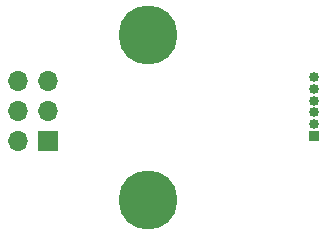
<source format=gbr>
%TF.GenerationSoftware,KiCad,Pcbnew,7.0.9-7.0.9~ubuntu22.04.1*%
%TF.CreationDate,2024-01-17T07:18:58-05:00*%
%TF.ProjectId,imu-adapter,696d752d-6164-4617-9074-65722e6b6963,rev?*%
%TF.SameCoordinates,Original*%
%TF.FileFunction,Soldermask,Bot*%
%TF.FilePolarity,Negative*%
%FSLAX46Y46*%
G04 Gerber Fmt 4.6, Leading zero omitted, Abs format (unit mm)*
G04 Created by KiCad (PCBNEW 7.0.9-7.0.9~ubuntu22.04.1) date 2024-01-17 07:18:58*
%MOMM*%
%LPD*%
G01*
G04 APERTURE LIST*
%ADD10R,1.700000X1.700000*%
%ADD11O,1.700000X1.700000*%
%ADD12C,5.000000*%
%ADD13R,0.850000X0.850000*%
%ADD14O,0.850000X0.850000*%
G04 APERTURE END LIST*
D10*
%TO.C,J1*%
X62000000Y-48000000D03*
D11*
X59460000Y-48000000D03*
X62000000Y-45460000D03*
X59460000Y-45460000D03*
X62000000Y-42920000D03*
X59460000Y-42920000D03*
%TD*%
D12*
%TO.C,H1*%
X70500000Y-39000000D03*
%TD*%
%TO.C,H2*%
X70500000Y-53000000D03*
%TD*%
D13*
%TO.C,J2*%
X84500000Y-47600000D03*
D14*
X84500000Y-46600000D03*
X84500000Y-45600000D03*
X84500000Y-44600000D03*
X84500000Y-43600000D03*
X84500000Y-42600000D03*
%TD*%
M02*

</source>
